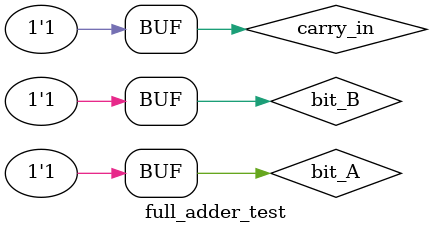
<source format=v>
`timescale 1ns / 1ps

module full_adder_test ();

    // Inputs
    reg bit_A;
    reg bit_B;
    reg carry_in;

    // Outputs
    wire sum;
    wire carry_out;
    /* verilator lint_off UNUSED */
    reg ok;
    /* verilator lint_on UNUSED */

    // Instantiate the Unit Under Test (UUT)
    full_adder uut (
        .sum(sum), 
        .carry_out(carry_out), 
        .bit_A(bit_A), 
        .bit_B(bit_B), 
        .carry_in(carry_in)
    );

    initial begin
        $dumpfile("waves_full_adder.vcd");
        $dumpvars(0, full_adder_test);
        // Initialize Inputs
        bit_A    = 0;
        bit_B    = 0;
        carry_in = 0;
        ok       = 0;

        #1;
        if (sum == 0 && carry_out == 0) begin
            ok = 1;
        end else begin
            ok = 1'bx;
        end
        
        #99;
        bit_A = 1;

        #1;		
        if (sum == 1 && carry_out == 0) begin
            ok = 1;
        end else begin
            ok = 1'bx;
        end
        
        #99;
        carry_in = 1;
        
        #1;
        if (sum == 0 && carry_out == 1) begin
            ok = 1;
        end else begin
            ok = 1'bx;
        end
        
        #99;
        bit_A = 0;
        bit_B = 1;
        
        #1;
        if (sum == 0 && carry_out == 1) begin
            ok = 1;
        end else begin
            ok = 1'bx;
        end
        
        #99;
        carry_in = 0;
        
        #1;
        if (sum == 1 && carry_out == 0) begin
            ok = 1;
        end else begin
            ok = 1'bx;
        end
        
        #99;
        bit_A    = 1;
        carry_in = 1;
        
        #1;
        if (sum == 1 && carry_out == 1) begin
            ok = 1;
        end else begin
            ok = 1'bx;
        end
    end
      
endmodule

</source>
